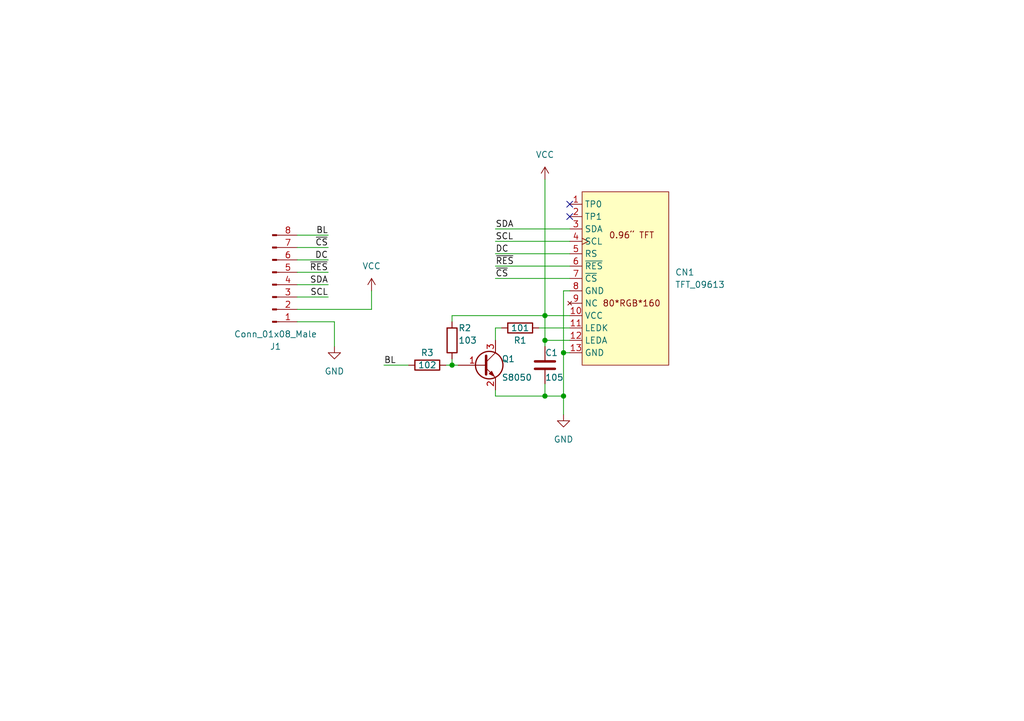
<source format=kicad_sch>
(kicad_sch (version 20211123) (generator eeschema)
  (paper "A5")
  (title_block (title "TFT_RF096HQ13") (rev "V0.1") (company "lexsion.net"))
  (lib_symbols
    (symbol "Connector:Conn_01x08_Male" (pin_names (offset 1.016) hide)
      (property "Reference" "J" (at 0 10.16 0))
      (property "Value" "Conn_01x08_Male" (at 0 -12.7 0))
      (symbol "Conn_01x08_Male_1_1"
        (polyline (pts (xy 1.27 -10.16) (xy 0.8636 -10.16)) (stroke (width 0.1524)))
        (polyline (pts (xy 1.27 -7.62) (xy 0.8636 -7.62)) (stroke (width 0.1524)))
        (polyline (pts (xy 1.27 -5.08) (xy 0.8636 -5.08)) (stroke (width 0.1524)))
        (polyline (pts (xy 1.27 -2.54) (xy 0.8636 -2.54)) (stroke (width 0.1524)))
        (polyline (pts (xy 1.27 0) (xy 0.8636 0)) (stroke (width 0.1524)))
        (polyline (pts (xy 1.27 2.54) (xy 0.8636 2.54)) (stroke (width 0.1524)))
        (polyline (pts (xy 1.27 5.08) (xy 0.8636 5.08)) (stroke (width 0.1524)))
        (polyline (pts (xy 1.27 7.62) (xy 0.8636 7.62)) (stroke (width 0.1524)))
        (rectangle (start 0.8636 -10.033) (end 0 -10.287) (stroke (width 0.1524)) (fill (type outline)))
        (rectangle (start 0.8636 -7.493) (end 0 -7.747) (stroke (width 0.1524)) (fill (type outline)))
        (rectangle (start 0.8636 -4.953) (end 0 -5.207) (stroke (width 0.1524)) (fill (type outline)))
        (rectangle (start 0.8636 -2.413) (end 0 -2.667) (stroke (width 0.1524)) (fill (type outline)))
        (rectangle (start 0.8636 0.127) (end 0 -0.127) (stroke (width 0.1524)) (fill (type outline)))
        (rectangle (start 0.8636 2.667) (end 0 2.413) (stroke (width 0.1524)) (fill (type outline)))
        (rectangle (start 0.8636 5.207) (end 0 4.953) (stroke (width 0.1524)) (fill (type outline)))
        (rectangle (start 0.8636 7.747) (end 0 7.493) (stroke (width 0.1524)) (fill (type outline)))
        (pin passive line (at 5.08 7.62 180) (length 3.81) (name "Pin_1") (number "1"))
        (pin passive line (at 5.08 5.08 180) (length 3.81) (name "Pin_2") (number "2"))
        (pin passive line (at 5.08 2.54 180) (length 3.81) (name "Pin_3") (number "3"))
        (pin passive line (at 5.08 0 180) (length 3.81) (name "Pin_4") (number "4"))
        (pin passive line (at 5.08 -2.54 180) (length 3.81) (name "Pin_5") (number "5"))
        (pin passive line (at 5.08 -5.08 180) (length 3.81) (name "Pin_6") (number "6"))
        (pin passive line (at 5.08 -7.62 180) (length 3.81) (name "Pin_7") (number "7"))
        (pin passive line (at 5.08 -10.16 180) (length 3.81) (name "Pin_8") (number "8"))
      )
    )
    (symbol "Device:C" (pin_numbers hide) (pin_names (offset 0.254))
      (property "Reference" "C" (at 0.635 2.54 0))
      (property "Value" "C" (at 0.635 -2.54 0))
      (symbol "C_0_1"
        (polyline (pts (xy -2.032 -0.762) (xy 2.032 -0.762)) (stroke (width 0.508)))
        (polyline (pts (xy -2.032 0.762) (xy 2.032 0.762)) (stroke (width 0.508)))
      )
      (symbol "C_1_1"
        (pin passive line (at 0 3.81 270) (length 2.794) (name "~") (number "1"))
        (pin passive line (at 0 -3.81 90) (length 2.794) (name "~") (number "2"))
      )
    )
    (symbol "Device:Q_NPN_BEC" (pin_names (offset 0) hide)
      (property "Reference" "Q" (at 5.08 1.27 0))
      (property "Value" "Q_NPN_BEC" (at 5.08 -1.27 0))
      (symbol "Q_NPN_BEC_0_1"
        (polyline (pts (xy 0.635 0.635) (xy 2.54 2.54)))
        (polyline (pts (xy 0.635 -0.635) (xy 2.54 -2.54) (xy 2.54 -2.54)))
        (polyline (pts (xy 0.635 1.905) (xy 0.635 -1.905) (xy 0.635 -1.905)) (stroke (width 0.508)))
        (polyline (pts (xy 1.27 -1.778) (xy 1.778 -1.27) (xy 2.286 -2.286) (xy 1.27 -1.778) (xy 1.27 -1.778)) (fill (type outline)))
        (circle (center 1.27 0) (radius 2.8194) (stroke (width 0.254)))
      )
      (symbol "Q_NPN_BEC_1_1"
        (pin input line (at -5.08 0 0) (length 5.715) (name "B") (number "1"))
        (pin passive line (at 2.54 -5.08 90) (length 2.54) (name "E") (number "2"))
        (pin passive line (at 2.54 5.08 270) (length 2.54) (name "C") (number "3"))
      )
    )
    (symbol "Device:R" (pin_numbers hide) (pin_names (offset 0))
      (property "Reference" "R" (at 2.032 0 90))
      (property "Value" "R" (at 0 0 90))
      (symbol "R_0_1"
        (rectangle (start -1.016 -2.54) (end 1.016 2.54) (stroke (width 0.254)))
      )
      (symbol "R_1_1"
        (pin passive line (at 0 3.81 270) (length 1.27) (name "~") (number "1"))
        (pin passive line (at 0 -3.81 90) (length 1.27) (name "~") (number "2"))
      )
    )
    (symbol "Lex_LCM:TFT_09613"
      (property "Reference" "CN" (at 0 0 0))
      (property "Value" "TFT_09613" (at 0 0 0))
      (symbol "TFT_09613_0_0"
        (rectangle (start -7.62 17.78) (end 10.16 -17.78) (fill (type background)))
        (text "0.96“ TFT" (at 2.54 8.89 0) (effects (font (size 1.27 1.27))))
        (text "80*RGB*160" (at 2.54 -5.08 0) (effects (font (size 1.27 1.27))))
      )
      (symbol "TFT_09613_1_1"
        (pin output line (at -10.16 15.24 0) (length 2.54) (name "TP0") (number "1"))
        (pin power_in line (at -10.16 -7.62 0) (length 2.54) (name "VCC") (number "10"))
        (pin passive line (at -10.16 -10.16 0) (length 2.54) (name "LEDK") (number "11"))
        (pin passive line (at -10.16 -12.7 0) (length 2.54) (name "LEDA") (number "12"))
        (pin power_in line (at -10.16 -15.24 0) (length 2.54) (name "GND") (number "13"))
        (pin output line (at -10.16 12.7 0) (length 2.54) (name "TP1") (number "2"))
        (pin bidirectional line (at -10.16 10.16 0) (length 2.54) (name "SDA") (number "3"))
        (pin input clock (at -10.16 7.62 0) (length 2.54) (name "SCL") (number "4"))
        (pin input line (at -10.16 5.08 0) (length 2.54) (name "RS") (number "5"))
        (pin input line (at -10.16 2.54 0) (length 2.54) (name "~{RES}") (number "6"))
        (pin input line (at -10.16 0 0) (length 2.54) (name "~{CS}") (number "7"))
        (pin power_in line (at -10.16 -2.54 0) (length 2.54) (name "GND") (number "8"))
        (pin no_connect line (at -10.16 -5.08 0) (length 2.54) (name "NC") (number "9"))
      )
    )
    (symbol "power:GND" (power) (pin_names (offset 0))
      (property "Value" "GND" (at 0 -3.81 0))
      (symbol "GND_0_1"
        (polyline (pts (xy 0 0) (xy 0 -1.27) (xy 1.27 -1.27) (xy 0 -2.54) (xy -1.27 -1.27) (xy 0 -1.27)))
      )
      (symbol "GND_1_1"
        (pin power_in line (at 0 0 270) (length 0) hide (name "GND") (number "1"))
      )
    )
    (symbol "power:VCC" (power) (pin_names (offset 0))
      (property "Value" "VCC" (at 0 3.81 0))
      (symbol "VCC_0_1"
        (polyline (pts (xy -0.762 1.27) (xy 0 2.54)))
        (polyline (pts (xy 0 0) (xy 0 2.54)))
        (polyline (pts (xy 0 2.54) (xy 0.762 1.27)))
      )
      (symbol "VCC_1_1"
        (pin power_in line (at 0 0 90) (length 0) hide (name "VCC") (number "1"))
      )
    )
  )
  (junction (at 111.76 81.28))
  (junction (at 115.57 81.28))
  (junction (at 115.57 72.39))
  (junction (at 92.71 74.93))
  (junction (at 111.76 69.85))
  (junction (at 111.76 64.77))
  (no_connect (at 116.84 44.45))
  (no_connect (at 116.84 41.91))
  (wire (pts (xy 116.84 69.85) (xy 111.76 69.85)))
  (wire (pts (xy 60.96 50.8) (xy 67.31 50.8)))
  (wire (pts (xy 60.96 48.26) (xy 67.31 48.26)))
  (wire (pts (xy 60.96 60.96) (xy 67.31 60.96)))
  (wire (pts (xy 60.96 58.42) (xy 67.31 58.42)))
  (wire (pts (xy 115.57 81.28) (xy 115.57 85.09)))
  (wire (pts (xy 115.57 72.39) (xy 115.57 81.28)))
  (wire (pts (xy 101.6 81.28) (xy 111.76 81.28)))
  (wire (pts (xy 111.76 36.83) (xy 111.76 64.77)))
  (wire (pts (xy 101.6 67.31) (xy 101.6 69.85)))
  (wire (pts (xy 101.6 52.07) (xy 116.84 52.07)))
  (wire (pts (xy 60.96 63.5) (xy 76.2 63.5)))
  (wire (pts (xy 115.57 72.39) (xy 116.84 72.39)))
  (wire (pts (xy 111.76 64.77) (xy 116.84 64.77)))
  (wire (pts (xy 92.71 73.66) (xy 92.71 74.93)))
  (wire (pts (xy 111.76 69.85) (xy 111.76 64.77)))
  (wire (pts (xy 101.6 49.53) (xy 116.84 49.53)))
  (wire (pts (xy 68.58 66.04) (xy 60.96 66.04)))
  (wire (pts (xy 111.76 78.74) (xy 111.76 81.28)))
  (wire (pts (xy 111.76 69.85) (xy 111.76 71.12)))
  (wire (pts (xy 60.96 55.88) (xy 67.31 55.88)))
  (wire (pts (xy 116.84 59.69) (xy 115.57 59.69)))
  (wire (pts (xy 111.76 81.28) (xy 115.57 81.28)))
  (wire (pts (xy 101.6 54.61) (xy 116.84 54.61)))
  (wire (pts (xy 68.58 71.12) (xy 68.58 66.04)))
  (wire (pts (xy 101.6 80.01) (xy 101.6 81.28)))
  (wire (pts (xy 76.2 63.5) (xy 76.2 59.69)))
  (wire (pts (xy 101.6 57.15) (xy 116.84 57.15)))
  (wire (pts (xy 101.6 46.99) (xy 116.84 46.99)))
  (wire (pts (xy 115.57 59.69) (xy 115.57 72.39)))
  (wire (pts (xy 78.74 74.93) (xy 83.82 74.93)))
  (wire (pts (xy 101.6 67.31) (xy 102.87 67.31)))
  (wire (pts (xy 110.49 67.31) (xy 116.84 67.31)))
  (wire (pts (xy 92.71 66.04) (xy 92.71 64.77)))
  (wire (pts (xy 92.71 74.93) (xy 93.98 74.93)))
  (wire (pts (xy 60.96 53.34) (xy 67.31 53.34)))
  (wire (pts (xy 91.44 74.93) (xy 92.71 74.93)))
  (wire (pts (xy 92.71 64.77) (xy 111.76 64.77)))
  (label "~{RES}" (at 67.31 55.88 180))
  (label "SCL" (at 101.6 49.53 0))
  (label "SCL" (at 67.31 60.96 180))
  (label "~{RES}" (at 101.6 54.61 0))
  (label "DC" (at 67.31 53.34 180))
  (label "~{CS}" (at 101.6 57.15 0))
  (label "BL" (at 67.31 48.26 180))
  (label "SDA" (at 67.31 58.42 180))
  (label "~{CS}" (at 67.31 50.8 180))
  (label "SDA" (at 101.6 46.99 0))
  (label "DC" (at 101.6 52.07 0))
  (label "BL" (at 78.74 74.93 0))
  (symbol (lib_id "power:GND") (at 115.57 85.09 0) (unit 1)
    (property "Reference" "#PWR0101" (effects hide))
    (property "Value" "GND" (at 115.57 90.17 0))
  )
  (symbol (lib_id "Device:Q_NPN_BEC") (at 99.06 74.93 0) (unit 1)
    (property "Reference" "Q1" (at 102.87 73.66 0) (effects (justify left)))
    (property "Value" "S8050" (at 102.87 77.47 0) (effects (justify left)))
    (property "Footprint" "Package_TO_SOT_SMD:SOT-23" (effects hide))
  )
  (symbol (lib_id "Device:R") (at 87.63 74.93 90) (unit 1)
    (property "Reference" "R3" (at 87.63 72.39 90))
    (property "Value" "102" (at 87.63 74.93 90))
    (property "Footprint" "Resistor_SMD:R_0603_1608Metric" (effects hide))
  )
  (symbol (lib_id "Device:C") (at 111.76 74.93 0) (unit 1)
    (property "Reference" "C1" (at 111.76 72.39 0) (effects (justify left)))
    (property "Value" "105" (at 111.76 77.47 0) (effects (justify left)))
    (property "Footprint" "Capacitor_SMD:C_0603_1608Metric" (effects hide))
  )
  (symbol (lib_id "power:VCC") (at 111.76 36.83 0) (unit 1)
    (property "Reference" "#PWR0102" (effects hide))
    (property "Value" "VCC" (at 111.76 31.75 0))
  )
  (symbol (lib_id "power:VCC") (at 76.2 59.69 0) (unit 1)
    (property "Reference" "#PWR0104" (effects hide))
    (property "Value" "VCC" (at 76.2 54.61 0))
  )
  (symbol (lib_id "Lex_LCM:TFT_09613") (at 127 57.15 0) (unit 1)
    (property "Reference" "CN1" (at 138.43 55.8799 0) (effects (justify left)))
    (property "Value" "TFT_09613" (at 138.43 58.4199 0) (effects (justify left)))
    (property "Footprint" "Lex_LCM_Solder:LCM_Solder_13Pin_0.7mm" (effects hide))
  )
  (symbol (lib_id "Device:R") (at 106.68 67.31 270) (mirror x) (unit 1)
    (property "Reference" "R1" (at 106.68 69.85 90))
    (property "Value" "101" (at 106.68 67.31 90))
    (property "Footprint" "Resistor_SMD:R_1206_3216Metric" (effects hide))
  )
  (symbol (lib_id "power:GND") (at 68.58 71.12 0) (unit 1)
    (property "Reference" "#PWR0103" (effects hide))
    (property "Value" "GND" (at 68.58 76.2 0))
  )
  (symbol (lib_id "Device:R") (at 92.71 69.85 0) (unit 1)
    (property "Reference" "R2" (at 93.98 67.31 0) (effects (justify left)))
    (property "Value" "103" (at 93.98 69.85 0) (effects (justify left)))
    (property "Footprint" "Resistor_SMD:R_0603_1608Metric" (effects hide))
  )
  (symbol (lib_id "Connector:Conn_01x08_Male") (at 55.88 58.42 0) (mirror x) (unit 1)
    (property "Reference" "J1" (at 56.515 71.12 0))
    (property "Value" "Conn_01x08_Male" (at 56.515 68.58 0))
    (property "Footprint" "Connector_PinHeader_2.54mm:PinHeader_1x08_P2.54mm_Vertical" (effects hide))
  )
)
</source>
